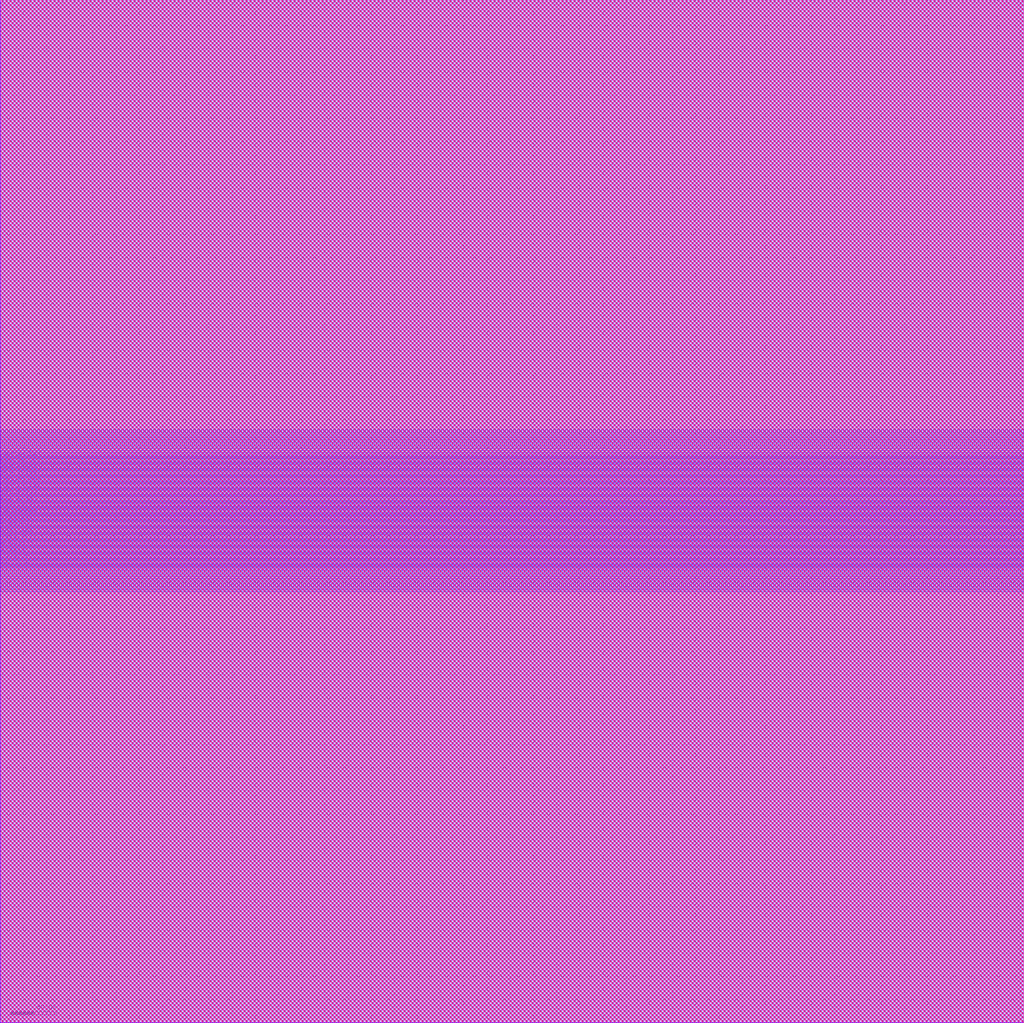
<source format=lef>
##
## LEF for PtnCells ;
## created by Innovus v19.17-s077_1 on Tue Mar 21 16:03:51 2023
##

VERSION 5.8 ;

BUSBITCHARS "[]" ;
DIVIDERCHAR "/" ;

MACRO fullchip
  CLASS BLOCK ;
  SIZE 441.600000 BY 441.200000 ;
  FOREIGN fullchip 0.000000 0.000000 ;
  ORIGIN 0 0 ;
  SYMMETRY X Y R90 ;
  PIN clk
    DIRECTION INPUT ;
    USE SIGNAL ;
    PORT
      LAYER M3 ;
        RECT 0.000000 196.750000 0.600000 196.850000 ;
    END
  END clk
  PIN mem_in[31]
    DIRECTION INPUT ;
    USE SIGNAL ;
    PORT
      LAYER M3 ;
        RECT 0.000000 243.150000 0.600000 243.250000 ;
    END
  END mem_in[31]
  PIN mem_in[30]
    DIRECTION INPUT ;
    USE SIGNAL ;
    PORT
      LAYER M3 ;
        RECT 0.000000 242.350000 0.600000 242.450000 ;
    END
  END mem_in[30]
  PIN mem_in[29]
    DIRECTION INPUT ;
    USE SIGNAL ;
    PORT
      LAYER M3 ;
        RECT 0.000000 241.550000 0.600000 241.650000 ;
    END
  END mem_in[29]
  PIN mem_in[28]
    DIRECTION INPUT ;
    USE SIGNAL ;
    PORT
      LAYER M3 ;
        RECT 0.000000 240.750000 0.600000 240.850000 ;
    END
  END mem_in[28]
  PIN mem_in[27]
    DIRECTION INPUT ;
    USE SIGNAL ;
    PORT
      LAYER M3 ;
        RECT 0.000000 239.950000 0.600000 240.050000 ;
    END
  END mem_in[27]
  PIN mem_in[26]
    DIRECTION INPUT ;
    USE SIGNAL ;
    PORT
      LAYER M3 ;
        RECT 0.000000 239.150000 0.600000 239.250000 ;
    END
  END mem_in[26]
  PIN mem_in[25]
    DIRECTION INPUT ;
    USE SIGNAL ;
    PORT
      LAYER M3 ;
        RECT 0.000000 238.350000 0.600000 238.450000 ;
    END
  END mem_in[25]
  PIN mem_in[24]
    DIRECTION INPUT ;
    USE SIGNAL ;
    PORT
      LAYER M3 ;
        RECT 0.000000 237.550000 0.600000 237.650000 ;
    END
  END mem_in[24]
  PIN mem_in[23]
    DIRECTION INPUT ;
    USE SIGNAL ;
    PORT
      LAYER M3 ;
        RECT 0.000000 236.750000 0.600000 236.850000 ;
    END
  END mem_in[23]
  PIN mem_in[22]
    DIRECTION INPUT ;
    USE SIGNAL ;
    PORT
      LAYER M3 ;
        RECT 0.000000 235.950000 0.600000 236.050000 ;
    END
  END mem_in[22]
  PIN mem_in[21]
    DIRECTION INPUT ;
    USE SIGNAL ;
    PORT
      LAYER M3 ;
        RECT 0.000000 235.150000 0.600000 235.250000 ;
    END
  END mem_in[21]
  PIN mem_in[20]
    DIRECTION INPUT ;
    USE SIGNAL ;
    PORT
      LAYER M3 ;
        RECT 0.000000 234.350000 0.600000 234.450000 ;
    END
  END mem_in[20]
  PIN mem_in[19]
    DIRECTION INPUT ;
    USE SIGNAL ;
    PORT
      LAYER M3 ;
        RECT 0.000000 233.550000 0.600000 233.650000 ;
    END
  END mem_in[19]
  PIN mem_in[18]
    DIRECTION INPUT ;
    USE SIGNAL ;
    PORT
      LAYER M3 ;
        RECT 0.000000 232.750000 0.600000 232.850000 ;
    END
  END mem_in[18]
  PIN mem_in[17]
    DIRECTION INPUT ;
    USE SIGNAL ;
    PORT
      LAYER M3 ;
        RECT 0.000000 231.950000 0.600000 232.050000 ;
    END
  END mem_in[17]
  PIN mem_in[16]
    DIRECTION INPUT ;
    USE SIGNAL ;
    PORT
      LAYER M3 ;
        RECT 0.000000 231.150000 0.600000 231.250000 ;
    END
  END mem_in[16]
  PIN mem_in[15]
    DIRECTION INPUT ;
    USE SIGNAL ;
    PORT
      LAYER M3 ;
        RECT 0.000000 230.350000 0.600000 230.450000 ;
    END
  END mem_in[15]
  PIN mem_in[14]
    DIRECTION INPUT ;
    USE SIGNAL ;
    PORT
      LAYER M3 ;
        RECT 0.000000 229.550000 0.600000 229.650000 ;
    END
  END mem_in[14]
  PIN mem_in[13]
    DIRECTION INPUT ;
    USE SIGNAL ;
    PORT
      LAYER M3 ;
        RECT 0.000000 228.750000 0.600000 228.850000 ;
    END
  END mem_in[13]
  PIN mem_in[12]
    DIRECTION INPUT ;
    USE SIGNAL ;
    PORT
      LAYER M3 ;
        RECT 0.000000 227.950000 0.600000 228.050000 ;
    END
  END mem_in[12]
  PIN mem_in[11]
    DIRECTION INPUT ;
    USE SIGNAL ;
    PORT
      LAYER M3 ;
        RECT 0.000000 227.150000 0.600000 227.250000 ;
    END
  END mem_in[11]
  PIN mem_in[10]
    DIRECTION INPUT ;
    USE SIGNAL ;
    PORT
      LAYER M3 ;
        RECT 0.000000 226.350000 0.600000 226.450000 ;
    END
  END mem_in[10]
  PIN mem_in[9]
    DIRECTION INPUT ;
    USE SIGNAL ;
    PORT
      LAYER M3 ;
        RECT 0.000000 225.550000 0.600000 225.650000 ;
    END
  END mem_in[9]
  PIN mem_in[8]
    DIRECTION INPUT ;
    USE SIGNAL ;
    PORT
      LAYER M3 ;
        RECT 0.000000 224.750000 0.600000 224.850000 ;
    END
  END mem_in[8]
  PIN mem_in[7]
    DIRECTION INPUT ;
    USE SIGNAL ;
    PORT
      LAYER M3 ;
        RECT 0.000000 223.950000 0.600000 224.050000 ;
    END
  END mem_in[7]
  PIN mem_in[6]
    DIRECTION INPUT ;
    USE SIGNAL ;
    PORT
      LAYER M3 ;
        RECT 0.000000 223.150000 0.600000 223.250000 ;
    END
  END mem_in[6]
  PIN mem_in[5]
    DIRECTION INPUT ;
    USE SIGNAL ;
    PORT
      LAYER M3 ;
        RECT 0.000000 222.350000 0.600000 222.450000 ;
    END
  END mem_in[5]
  PIN mem_in[4]
    DIRECTION INPUT ;
    USE SIGNAL ;
    PORT
      LAYER M3 ;
        RECT 0.000000 221.550000 0.600000 221.650000 ;
    END
  END mem_in[4]
  PIN mem_in[3]
    DIRECTION INPUT ;
    USE SIGNAL ;
    PORT
      LAYER M3 ;
        RECT 0.000000 220.750000 0.600000 220.850000 ;
    END
  END mem_in[3]
  PIN mem_in[2]
    DIRECTION INPUT ;
    USE SIGNAL ;
    PORT
      LAYER M3 ;
        RECT 0.000000 219.950000 0.600000 220.050000 ;
    END
  END mem_in[2]
  PIN mem_in[1]
    DIRECTION INPUT ;
    USE SIGNAL ;
    PORT
      LAYER M3 ;
        RECT 0.000000 219.150000 0.600000 219.250000 ;
    END
  END mem_in[1]
  PIN mem_in[0]
    DIRECTION INPUT ;
    USE SIGNAL ;
    PORT
      LAYER M3 ;
        RECT 0.000000 218.350000 0.600000 218.450000 ;
    END
  END mem_in[0]
  PIN inst[25]
    DIRECTION INPUT ;
    USE SIGNAL ;
    PORT
      LAYER M3 ;
        RECT 0.000000 217.550000 0.600000 217.650000 ;
    END
  END inst[25]
  PIN inst[24]
    DIRECTION INPUT ;
    USE SIGNAL ;
    PORT
      LAYER M3 ;
        RECT 0.000000 216.750000 0.600000 216.850000 ;
    END
  END inst[24]
  PIN inst[23]
    DIRECTION INPUT ;
    USE SIGNAL ;
    PORT
      LAYER M3 ;
        RECT 0.000000 215.950000 0.600000 216.050000 ;
    END
  END inst[23]
  PIN inst[22]
    DIRECTION INPUT ;
    USE SIGNAL ;
    PORT
      LAYER M3 ;
        RECT 0.000000 215.150000 0.600000 215.250000 ;
    END
  END inst[22]
  PIN inst[21]
    DIRECTION INPUT ;
    USE SIGNAL ;
    PORT
      LAYER M3 ;
        RECT 0.000000 214.350000 0.600000 214.450000 ;
    END
  END inst[21]
  PIN inst[20]
    DIRECTION INPUT ;
    USE SIGNAL ;
    PORT
      LAYER M3 ;
        RECT 0.000000 213.550000 0.600000 213.650000 ;
    END
  END inst[20]
  PIN inst[19]
    DIRECTION INPUT ;
    USE SIGNAL ;
    PORT
      LAYER M3 ;
        RECT 0.000000 212.750000 0.600000 212.850000 ;
    END
  END inst[19]
  PIN inst[18]
    DIRECTION INPUT ;
    USE SIGNAL ;
    PORT
      LAYER M3 ;
        RECT 0.000000 211.950000 0.600000 212.050000 ;
    END
  END inst[18]
  PIN inst[17]
    DIRECTION INPUT ;
    USE SIGNAL ;
    PORT
      LAYER M3 ;
        RECT 0.000000 211.150000 0.600000 211.250000 ;
    END
  END inst[17]
  PIN inst[16]
    DIRECTION INPUT ;
    USE SIGNAL ;
    PORT
      LAYER M3 ;
        RECT 0.000000 210.350000 0.600000 210.450000 ;
    END
  END inst[16]
  PIN inst[15]
    DIRECTION INPUT ;
    USE SIGNAL ;
    PORT
      LAYER M3 ;
        RECT 0.000000 209.550000 0.600000 209.650000 ;
    END
  END inst[15]
  PIN inst[14]
    DIRECTION INPUT ;
    USE SIGNAL ;
    PORT
      LAYER M3 ;
        RECT 0.000000 208.750000 0.600000 208.850000 ;
    END
  END inst[14]
  PIN inst[13]
    DIRECTION INPUT ;
    USE SIGNAL ;
    PORT
      LAYER M3 ;
        RECT 0.000000 207.950000 0.600000 208.050000 ;
    END
  END inst[13]
  PIN inst[12]
    DIRECTION INPUT ;
    USE SIGNAL ;
    PORT
      LAYER M3 ;
        RECT 0.000000 207.150000 0.600000 207.250000 ;
    END
  END inst[12]
  PIN inst[11]
    DIRECTION INPUT ;
    USE SIGNAL ;
    PORT
      LAYER M3 ;
        RECT 0.000000 206.350000 0.600000 206.450000 ;
    END
  END inst[11]
  PIN inst[10]
    DIRECTION INPUT ;
    USE SIGNAL ;
    PORT
      LAYER M3 ;
        RECT 0.000000 205.550000 0.600000 205.650000 ;
    END
  END inst[10]
  PIN inst[9]
    DIRECTION INPUT ;
    USE SIGNAL ;
    PORT
      LAYER M3 ;
        RECT 0.000000 204.750000 0.600000 204.850000 ;
    END
  END inst[9]
  PIN inst[8]
    DIRECTION INPUT ;
    USE SIGNAL ;
    PORT
      LAYER M3 ;
        RECT 0.000000 203.950000 0.600000 204.050000 ;
    END
  END inst[8]
  PIN inst[7]
    DIRECTION INPUT ;
    USE SIGNAL ;
    PORT
      LAYER M3 ;
        RECT 0.000000 203.150000 0.600000 203.250000 ;
    END
  END inst[7]
  PIN inst[6]
    DIRECTION INPUT ;
    USE SIGNAL ;
    PORT
      LAYER M3 ;
        RECT 0.000000 202.350000 0.600000 202.450000 ;
    END
  END inst[6]
  PIN inst[5]
    DIRECTION INPUT ;
    USE SIGNAL ;
    PORT
      LAYER M3 ;
        RECT 0.000000 201.550000 0.600000 201.650000 ;
    END
  END inst[5]
  PIN inst[4]
    DIRECTION INPUT ;
    USE SIGNAL ;
    PORT
      LAYER M3 ;
        RECT 0.000000 200.750000 0.600000 200.850000 ;
    END
  END inst[4]
  PIN inst[3]
    DIRECTION INPUT ;
    USE SIGNAL ;
    PORT
      LAYER M3 ;
        RECT 0.000000 199.950000 0.600000 200.050000 ;
    END
  END inst[3]
  PIN inst[2]
    DIRECTION INPUT ;
    USE SIGNAL ;
    PORT
      LAYER M3 ;
        RECT 0.000000 199.150000 0.600000 199.250000 ;
    END
  END inst[2]
  PIN inst[1]
    DIRECTION INPUT ;
    USE SIGNAL ;
    PORT
      LAYER M3 ;
        RECT 0.000000 198.350000 0.600000 198.450000 ;
    END
  END inst[1]
  PIN inst[0]
    DIRECTION INPUT ;
    USE SIGNAL ;
    PORT
      LAYER M3 ;
        RECT 0.000000 197.550000 0.600000 197.650000 ;
    END
  END inst[0]
  PIN reset
    DIRECTION INPUT ;
    USE SIGNAL ;
    PORT
      LAYER M3 ;
        RECT 0.000000 243.950000 0.600000 244.050000 ;
    END
  END reset
  PIN out[87]
    DIRECTION OUTPUT ;
    USE SIGNAL ;
    PORT
      LAYER M3 ;
        RECT 441.000000 185.950000 441.600000 186.050000 ;
    END
  END out[87]
  PIN out[86]
    DIRECTION OUTPUT ;
    USE SIGNAL ;
    PORT
      LAYER M3 ;
        RECT 441.000000 186.750000 441.600000 186.850000 ;
    END
  END out[86]
  PIN out[85]
    DIRECTION OUTPUT ;
    USE SIGNAL ;
    PORT
      LAYER M3 ;
        RECT 441.000000 187.550000 441.600000 187.650000 ;
    END
  END out[85]
  PIN out[84]
    DIRECTION OUTPUT ;
    USE SIGNAL ;
    PORT
      LAYER M3 ;
        RECT 441.000000 188.350000 441.600000 188.450000 ;
    END
  END out[84]
  PIN out[83]
    DIRECTION OUTPUT ;
    USE SIGNAL ;
    PORT
      LAYER M3 ;
        RECT 441.000000 189.150000 441.600000 189.250000 ;
    END
  END out[83]
  PIN out[82]
    DIRECTION OUTPUT ;
    USE SIGNAL ;
    PORT
      LAYER M3 ;
        RECT 441.000000 189.950000 441.600000 190.050000 ;
    END
  END out[82]
  PIN out[81]
    DIRECTION OUTPUT ;
    USE SIGNAL ;
    PORT
      LAYER M3 ;
        RECT 441.000000 190.750000 441.600000 190.850000 ;
    END
  END out[81]
  PIN out[80]
    DIRECTION OUTPUT ;
    USE SIGNAL ;
    PORT
      LAYER M3 ;
        RECT 441.000000 191.550000 441.600000 191.650000 ;
    END
  END out[80]
  PIN out[79]
    DIRECTION OUTPUT ;
    USE SIGNAL ;
    PORT
      LAYER M3 ;
        RECT 441.000000 192.350000 441.600000 192.450000 ;
    END
  END out[79]
  PIN out[78]
    DIRECTION OUTPUT ;
    USE SIGNAL ;
    PORT
      LAYER M3 ;
        RECT 441.000000 193.150000 441.600000 193.250000 ;
    END
  END out[78]
  PIN out[77]
    DIRECTION OUTPUT ;
    USE SIGNAL ;
    PORT
      LAYER M3 ;
        RECT 441.000000 193.950000 441.600000 194.050000 ;
    END
  END out[77]
  PIN out[76]
    DIRECTION OUTPUT ;
    USE SIGNAL ;
    PORT
      LAYER M3 ;
        RECT 441.000000 194.750000 441.600000 194.850000 ;
    END
  END out[76]
  PIN out[75]
    DIRECTION OUTPUT ;
    USE SIGNAL ;
    PORT
      LAYER M3 ;
        RECT 441.000000 195.550000 441.600000 195.650000 ;
    END
  END out[75]
  PIN out[74]
    DIRECTION OUTPUT ;
    USE SIGNAL ;
    PORT
      LAYER M3 ;
        RECT 441.000000 196.350000 441.600000 196.450000 ;
    END
  END out[74]
  PIN out[73]
    DIRECTION OUTPUT ;
    USE SIGNAL ;
    PORT
      LAYER M3 ;
        RECT 441.000000 197.150000 441.600000 197.250000 ;
    END
  END out[73]
  PIN out[72]
    DIRECTION OUTPUT ;
    USE SIGNAL ;
    PORT
      LAYER M3 ;
        RECT 441.000000 197.950000 441.600000 198.050000 ;
    END
  END out[72]
  PIN out[71]
    DIRECTION OUTPUT ;
    USE SIGNAL ;
    PORT
      LAYER M3 ;
        RECT 441.000000 198.750000 441.600000 198.850000 ;
    END
  END out[71]
  PIN out[70]
    DIRECTION OUTPUT ;
    USE SIGNAL ;
    PORT
      LAYER M3 ;
        RECT 441.000000 199.550000 441.600000 199.650000 ;
    END
  END out[70]
  PIN out[69]
    DIRECTION OUTPUT ;
    USE SIGNAL ;
    PORT
      LAYER M3 ;
        RECT 441.000000 200.350000 441.600000 200.450000 ;
    END
  END out[69]
  PIN out[68]
    DIRECTION OUTPUT ;
    USE SIGNAL ;
    PORT
      LAYER M3 ;
        RECT 441.000000 201.150000 441.600000 201.250000 ;
    END
  END out[68]
  PIN out[67]
    DIRECTION OUTPUT ;
    USE SIGNAL ;
    PORT
      LAYER M3 ;
        RECT 441.000000 201.950000 441.600000 202.050000 ;
    END
  END out[67]
  PIN out[66]
    DIRECTION OUTPUT ;
    USE SIGNAL ;
    PORT
      LAYER M3 ;
        RECT 441.000000 202.750000 441.600000 202.850000 ;
    END
  END out[66]
  PIN out[65]
    DIRECTION OUTPUT ;
    USE SIGNAL ;
    PORT
      LAYER M3 ;
        RECT 441.000000 203.550000 441.600000 203.650000 ;
    END
  END out[65]
  PIN out[64]
    DIRECTION OUTPUT ;
    USE SIGNAL ;
    PORT
      LAYER M3 ;
        RECT 441.000000 204.350000 441.600000 204.450000 ;
    END
  END out[64]
  PIN out[63]
    DIRECTION OUTPUT ;
    USE SIGNAL ;
    PORT
      LAYER M3 ;
        RECT 441.000000 205.150000 441.600000 205.250000 ;
    END
  END out[63]
  PIN out[62]
    DIRECTION OUTPUT ;
    USE SIGNAL ;
    PORT
      LAYER M3 ;
        RECT 441.000000 205.950000 441.600000 206.050000 ;
    END
  END out[62]
  PIN out[61]
    DIRECTION OUTPUT ;
    USE SIGNAL ;
    PORT
      LAYER M3 ;
        RECT 441.000000 206.750000 441.600000 206.850000 ;
    END
  END out[61]
  PIN out[60]
    DIRECTION OUTPUT ;
    USE SIGNAL ;
    PORT
      LAYER M3 ;
        RECT 441.000000 207.550000 441.600000 207.650000 ;
    END
  END out[60]
  PIN out[59]
    DIRECTION OUTPUT ;
    USE SIGNAL ;
    PORT
      LAYER M3 ;
        RECT 441.000000 208.350000 441.600000 208.450000 ;
    END
  END out[59]
  PIN out[58]
    DIRECTION OUTPUT ;
    USE SIGNAL ;
    PORT
      LAYER M3 ;
        RECT 441.000000 209.150000 441.600000 209.250000 ;
    END
  END out[58]
  PIN out[57]
    DIRECTION OUTPUT ;
    USE SIGNAL ;
    PORT
      LAYER M3 ;
        RECT 441.000000 209.950000 441.600000 210.050000 ;
    END
  END out[57]
  PIN out[56]
    DIRECTION OUTPUT ;
    USE SIGNAL ;
    PORT
      LAYER M3 ;
        RECT 441.000000 210.750000 441.600000 210.850000 ;
    END
  END out[56]
  PIN out[55]
    DIRECTION OUTPUT ;
    USE SIGNAL ;
    PORT
      LAYER M3 ;
        RECT 441.000000 211.550000 441.600000 211.650000 ;
    END
  END out[55]
  PIN out[54]
    DIRECTION OUTPUT ;
    USE SIGNAL ;
    PORT
      LAYER M3 ;
        RECT 441.000000 212.350000 441.600000 212.450000 ;
    END
  END out[54]
  PIN out[53]
    DIRECTION OUTPUT ;
    USE SIGNAL ;
    PORT
      LAYER M3 ;
        RECT 441.000000 213.150000 441.600000 213.250000 ;
    END
  END out[53]
  PIN out[52]
    DIRECTION OUTPUT ;
    USE SIGNAL ;
    PORT
      LAYER M3 ;
        RECT 441.000000 213.950000 441.600000 214.050000 ;
    END
  END out[52]
  PIN out[51]
    DIRECTION OUTPUT ;
    USE SIGNAL ;
    PORT
      LAYER M3 ;
        RECT 441.000000 214.750000 441.600000 214.850000 ;
    END
  END out[51]
  PIN out[50]
    DIRECTION OUTPUT ;
    USE SIGNAL ;
    PORT
      LAYER M3 ;
        RECT 441.000000 215.550000 441.600000 215.650000 ;
    END
  END out[50]
  PIN out[49]
    DIRECTION OUTPUT ;
    USE SIGNAL ;
    PORT
      LAYER M3 ;
        RECT 441.000000 216.350000 441.600000 216.450000 ;
    END
  END out[49]
  PIN out[48]
    DIRECTION OUTPUT ;
    USE SIGNAL ;
    PORT
      LAYER M3 ;
        RECT 441.000000 217.150000 441.600000 217.250000 ;
    END
  END out[48]
  PIN out[47]
    DIRECTION OUTPUT ;
    USE SIGNAL ;
    PORT
      LAYER M3 ;
        RECT 441.000000 217.950000 441.600000 218.050000 ;
    END
  END out[47]
  PIN out[46]
    DIRECTION OUTPUT ;
    USE SIGNAL ;
    PORT
      LAYER M3 ;
        RECT 441.000000 218.750000 441.600000 218.850000 ;
    END
  END out[46]
  PIN out[45]
    DIRECTION OUTPUT ;
    USE SIGNAL ;
    PORT
      LAYER M3 ;
        RECT 441.000000 219.550000 441.600000 219.650000 ;
    END
  END out[45]
  PIN out[44]
    DIRECTION OUTPUT ;
    USE SIGNAL ;
    PORT
      LAYER M3 ;
        RECT 441.000000 220.350000 441.600000 220.450000 ;
    END
  END out[44]
  PIN out[43]
    DIRECTION OUTPUT ;
    USE SIGNAL ;
    PORT
      LAYER M3 ;
        RECT 441.000000 221.150000 441.600000 221.250000 ;
    END
  END out[43]
  PIN out[42]
    DIRECTION OUTPUT ;
    USE SIGNAL ;
    PORT
      LAYER M3 ;
        RECT 441.000000 221.950000 441.600000 222.050000 ;
    END
  END out[42]
  PIN out[41]
    DIRECTION OUTPUT ;
    USE SIGNAL ;
    PORT
      LAYER M3 ;
        RECT 441.000000 222.750000 441.600000 222.850000 ;
    END
  END out[41]
  PIN out[40]
    DIRECTION OUTPUT ;
    USE SIGNAL ;
    PORT
      LAYER M3 ;
        RECT 441.000000 223.550000 441.600000 223.650000 ;
    END
  END out[40]
  PIN out[39]
    DIRECTION OUTPUT ;
    USE SIGNAL ;
    PORT
      LAYER M3 ;
        RECT 441.000000 224.350000 441.600000 224.450000 ;
    END
  END out[39]
  PIN out[38]
    DIRECTION OUTPUT ;
    USE SIGNAL ;
    PORT
      LAYER M3 ;
        RECT 441.000000 225.150000 441.600000 225.250000 ;
    END
  END out[38]
  PIN out[37]
    DIRECTION OUTPUT ;
    USE SIGNAL ;
    PORT
      LAYER M3 ;
        RECT 441.000000 225.950000 441.600000 226.050000 ;
    END
  END out[37]
  PIN out[36]
    DIRECTION OUTPUT ;
    USE SIGNAL ;
    PORT
      LAYER M3 ;
        RECT 441.000000 226.750000 441.600000 226.850000 ;
    END
  END out[36]
  PIN out[35]
    DIRECTION OUTPUT ;
    USE SIGNAL ;
    PORT
      LAYER M3 ;
        RECT 441.000000 227.550000 441.600000 227.650000 ;
    END
  END out[35]
  PIN out[34]
    DIRECTION OUTPUT ;
    USE SIGNAL ;
    PORT
      LAYER M3 ;
        RECT 441.000000 228.350000 441.600000 228.450000 ;
    END
  END out[34]
  PIN out[33]
    DIRECTION OUTPUT ;
    USE SIGNAL ;
    PORT
      LAYER M3 ;
        RECT 441.000000 229.150000 441.600000 229.250000 ;
    END
  END out[33]
  PIN out[32]
    DIRECTION OUTPUT ;
    USE SIGNAL ;
    PORT
      LAYER M3 ;
        RECT 441.000000 229.950000 441.600000 230.050000 ;
    END
  END out[32]
  PIN out[31]
    DIRECTION OUTPUT ;
    USE SIGNAL ;
    PORT
      LAYER M3 ;
        RECT 441.000000 230.750000 441.600000 230.850000 ;
    END
  END out[31]
  PIN out[30]
    DIRECTION OUTPUT ;
    USE SIGNAL ;
    PORT
      LAYER M3 ;
        RECT 441.000000 231.550000 441.600000 231.650000 ;
    END
  END out[30]
  PIN out[29]
    DIRECTION OUTPUT ;
    USE SIGNAL ;
    PORT
      LAYER M3 ;
        RECT 441.000000 232.350000 441.600000 232.450000 ;
    END
  END out[29]
  PIN out[28]
    DIRECTION OUTPUT ;
    USE SIGNAL ;
    PORT
      LAYER M3 ;
        RECT 441.000000 233.150000 441.600000 233.250000 ;
    END
  END out[28]
  PIN out[27]
    DIRECTION OUTPUT ;
    USE SIGNAL ;
    PORT
      LAYER M3 ;
        RECT 441.000000 233.950000 441.600000 234.050000 ;
    END
  END out[27]
  PIN out[26]
    DIRECTION OUTPUT ;
    USE SIGNAL ;
    PORT
      LAYER M3 ;
        RECT 441.000000 234.750000 441.600000 234.850000 ;
    END
  END out[26]
  PIN out[25]
    DIRECTION OUTPUT ;
    USE SIGNAL ;
    PORT
      LAYER M3 ;
        RECT 441.000000 235.550000 441.600000 235.650000 ;
    END
  END out[25]
  PIN out[24]
    DIRECTION OUTPUT ;
    USE SIGNAL ;
    PORT
      LAYER M3 ;
        RECT 441.000000 236.350000 441.600000 236.450000 ;
    END
  END out[24]
  PIN out[23]
    DIRECTION OUTPUT ;
    USE SIGNAL ;
    PORT
      LAYER M3 ;
        RECT 441.000000 237.150000 441.600000 237.250000 ;
    END
  END out[23]
  PIN out[22]
    DIRECTION OUTPUT ;
    USE SIGNAL ;
    PORT
      LAYER M3 ;
        RECT 441.000000 237.950000 441.600000 238.050000 ;
    END
  END out[22]
  PIN out[21]
    DIRECTION OUTPUT ;
    USE SIGNAL ;
    PORT
      LAYER M3 ;
        RECT 441.000000 238.750000 441.600000 238.850000 ;
    END
  END out[21]
  PIN out[20]
    DIRECTION OUTPUT ;
    USE SIGNAL ;
    PORT
      LAYER M3 ;
        RECT 441.000000 239.550000 441.600000 239.650000 ;
    END
  END out[20]
  PIN out[19]
    DIRECTION OUTPUT ;
    USE SIGNAL ;
    PORT
      LAYER M3 ;
        RECT 441.000000 240.350000 441.600000 240.450000 ;
    END
  END out[19]
  PIN out[18]
    DIRECTION OUTPUT ;
    USE SIGNAL ;
    PORT
      LAYER M3 ;
        RECT 441.000000 241.150000 441.600000 241.250000 ;
    END
  END out[18]
  PIN out[17]
    DIRECTION OUTPUT ;
    USE SIGNAL ;
    PORT
      LAYER M3 ;
        RECT 441.000000 241.950000 441.600000 242.050000 ;
    END
  END out[17]
  PIN out[16]
    DIRECTION OUTPUT ;
    USE SIGNAL ;
    PORT
      LAYER M3 ;
        RECT 441.000000 242.750000 441.600000 242.850000 ;
    END
  END out[16]
  PIN out[15]
    DIRECTION OUTPUT ;
    USE SIGNAL ;
    PORT
      LAYER M3 ;
        RECT 441.000000 243.550000 441.600000 243.650000 ;
    END
  END out[15]
  PIN out[14]
    DIRECTION OUTPUT ;
    USE SIGNAL ;
    PORT
      LAYER M3 ;
        RECT 441.000000 244.350000 441.600000 244.450000 ;
    END
  END out[14]
  PIN out[13]
    DIRECTION OUTPUT ;
    USE SIGNAL ;
    PORT
      LAYER M3 ;
        RECT 441.000000 245.150000 441.600000 245.250000 ;
    END
  END out[13]
  PIN out[12]
    DIRECTION OUTPUT ;
    USE SIGNAL ;
    PORT
      LAYER M3 ;
        RECT 441.000000 245.950000 441.600000 246.050000 ;
    END
  END out[12]
  PIN out[11]
    DIRECTION OUTPUT ;
    USE SIGNAL ;
    PORT
      LAYER M3 ;
        RECT 441.000000 246.750000 441.600000 246.850000 ;
    END
  END out[11]
  PIN out[10]
    DIRECTION OUTPUT ;
    USE SIGNAL ;
    PORT
      LAYER M3 ;
        RECT 441.000000 247.550000 441.600000 247.650000 ;
    END
  END out[10]
  PIN out[9]
    DIRECTION OUTPUT ;
    USE SIGNAL ;
    PORT
      LAYER M3 ;
        RECT 441.000000 248.350000 441.600000 248.450000 ;
    END
  END out[9]
  PIN out[8]
    DIRECTION OUTPUT ;
    USE SIGNAL ;
    PORT
      LAYER M3 ;
        RECT 441.000000 249.150000 441.600000 249.250000 ;
    END
  END out[8]
  PIN out[7]
    DIRECTION OUTPUT ;
    USE SIGNAL ;
    PORT
      LAYER M3 ;
        RECT 441.000000 249.950000 441.600000 250.050000 ;
    END
  END out[7]
  PIN out[6]
    DIRECTION OUTPUT ;
    USE SIGNAL ;
    PORT
      LAYER M3 ;
        RECT 441.000000 250.750000 441.600000 250.850000 ;
    END
  END out[6]
  PIN out[5]
    DIRECTION OUTPUT ;
    USE SIGNAL ;
    PORT
      LAYER M3 ;
        RECT 441.000000 251.550000 441.600000 251.650000 ;
    END
  END out[5]
  PIN out[4]
    DIRECTION OUTPUT ;
    USE SIGNAL ;
    PORT
      LAYER M3 ;
        RECT 441.000000 252.350000 441.600000 252.450000 ;
    END
  END out[4]
  PIN out[3]
    DIRECTION OUTPUT ;
    USE SIGNAL ;
    PORT
      LAYER M3 ;
        RECT 441.000000 253.150000 441.600000 253.250000 ;
    END
  END out[3]
  PIN out[2]
    DIRECTION OUTPUT ;
    USE SIGNAL ;
    PORT
      LAYER M3 ;
        RECT 441.000000 253.950000 441.600000 254.050000 ;
    END
  END out[2]
  PIN out[1]
    DIRECTION OUTPUT ;
    USE SIGNAL ;
    PORT
      LAYER M3 ;
        RECT 441.000000 254.750000 441.600000 254.850000 ;
    END
  END out[1]
  PIN out[0]
    DIRECTION OUTPUT ;
    USE SIGNAL ;
    PORT
      LAYER M3 ;
        RECT 441.000000 255.550000 441.600000 255.650000 ;
    END
  END out[0]
  OBS
    LAYER M1 ;
      RECT 0.000000 0.000000 441.600000 441.200000 ;
    LAYER M2 ;
      RECT 0.000000 0.000000 441.600000 441.200000 ;
    LAYER M3 ;
      RECT 0.000000 255.750000 441.600000 441.200000 ;
      RECT 0.000000 255.450000 440.880000 255.750000 ;
      RECT 0.000000 254.950000 441.600000 255.450000 ;
      RECT 0.000000 254.650000 440.880000 254.950000 ;
      RECT 0.000000 254.150000 441.600000 254.650000 ;
      RECT 0.000000 253.850000 440.880000 254.150000 ;
      RECT 0.000000 253.350000 441.600000 253.850000 ;
      RECT 0.000000 253.050000 440.880000 253.350000 ;
      RECT 0.000000 252.550000 441.600000 253.050000 ;
      RECT 0.000000 252.250000 440.880000 252.550000 ;
      RECT 0.000000 251.750000 441.600000 252.250000 ;
      RECT 0.000000 251.450000 440.880000 251.750000 ;
      RECT 0.000000 250.950000 441.600000 251.450000 ;
      RECT 0.000000 250.650000 440.880000 250.950000 ;
      RECT 0.000000 250.150000 441.600000 250.650000 ;
      RECT 0.000000 249.850000 440.880000 250.150000 ;
      RECT 0.000000 249.350000 441.600000 249.850000 ;
      RECT 0.000000 249.050000 440.880000 249.350000 ;
      RECT 0.000000 248.550000 441.600000 249.050000 ;
      RECT 0.000000 248.250000 440.880000 248.550000 ;
      RECT 0.000000 247.750000 441.600000 248.250000 ;
      RECT 0.000000 247.450000 440.880000 247.750000 ;
      RECT 0.000000 246.950000 441.600000 247.450000 ;
      RECT 0.000000 246.650000 440.880000 246.950000 ;
      RECT 0.000000 246.150000 441.600000 246.650000 ;
      RECT 0.000000 245.850000 440.880000 246.150000 ;
      RECT 0.000000 245.350000 441.600000 245.850000 ;
      RECT 0.000000 245.050000 440.880000 245.350000 ;
      RECT 0.000000 244.550000 441.600000 245.050000 ;
      RECT 0.000000 244.250000 440.880000 244.550000 ;
      RECT 0.000000 244.150000 441.600000 244.250000 ;
      RECT 0.720000 243.850000 441.600000 244.150000 ;
      RECT 0.000000 243.750000 441.600000 243.850000 ;
      RECT 0.000000 243.450000 440.880000 243.750000 ;
      RECT 0.000000 243.350000 441.600000 243.450000 ;
      RECT 0.720000 243.050000 441.600000 243.350000 ;
      RECT 0.000000 242.950000 441.600000 243.050000 ;
      RECT 0.000000 242.650000 440.880000 242.950000 ;
      RECT 0.000000 242.550000 441.600000 242.650000 ;
      RECT 0.720000 242.250000 441.600000 242.550000 ;
      RECT 0.000000 242.150000 441.600000 242.250000 ;
      RECT 0.000000 241.850000 440.880000 242.150000 ;
      RECT 0.000000 241.750000 441.600000 241.850000 ;
      RECT 0.720000 241.450000 441.600000 241.750000 ;
      RECT 0.000000 241.350000 441.600000 241.450000 ;
      RECT 0.000000 241.050000 440.880000 241.350000 ;
      RECT 0.000000 240.950000 441.600000 241.050000 ;
      RECT 0.720000 240.650000 441.600000 240.950000 ;
      RECT 0.000000 240.550000 441.600000 240.650000 ;
      RECT 0.000000 240.250000 440.880000 240.550000 ;
      RECT 0.000000 240.150000 441.600000 240.250000 ;
      RECT 0.720000 239.850000 441.600000 240.150000 ;
      RECT 0.000000 239.750000 441.600000 239.850000 ;
      RECT 0.000000 239.450000 440.880000 239.750000 ;
      RECT 0.000000 239.350000 441.600000 239.450000 ;
      RECT 0.720000 239.050000 441.600000 239.350000 ;
      RECT 0.000000 238.950000 441.600000 239.050000 ;
      RECT 0.000000 238.650000 440.880000 238.950000 ;
      RECT 0.000000 238.550000 441.600000 238.650000 ;
      RECT 0.720000 238.250000 441.600000 238.550000 ;
      RECT 0.000000 238.150000 441.600000 238.250000 ;
      RECT 0.000000 237.850000 440.880000 238.150000 ;
      RECT 0.000000 237.750000 441.600000 237.850000 ;
      RECT 0.720000 237.450000 441.600000 237.750000 ;
      RECT 0.000000 237.350000 441.600000 237.450000 ;
      RECT 0.000000 237.050000 440.880000 237.350000 ;
      RECT 0.000000 236.950000 441.600000 237.050000 ;
      RECT 0.720000 236.650000 441.600000 236.950000 ;
      RECT 0.000000 236.550000 441.600000 236.650000 ;
      RECT 0.000000 236.250000 440.880000 236.550000 ;
      RECT 0.000000 236.150000 441.600000 236.250000 ;
      RECT 0.720000 235.850000 441.600000 236.150000 ;
      RECT 0.000000 235.750000 441.600000 235.850000 ;
      RECT 0.000000 235.450000 440.880000 235.750000 ;
      RECT 0.000000 235.350000 441.600000 235.450000 ;
      RECT 0.720000 235.050000 441.600000 235.350000 ;
      RECT 0.000000 234.950000 441.600000 235.050000 ;
      RECT 0.000000 234.650000 440.880000 234.950000 ;
      RECT 0.000000 234.550000 441.600000 234.650000 ;
      RECT 0.720000 234.250000 441.600000 234.550000 ;
      RECT 0.000000 234.150000 441.600000 234.250000 ;
      RECT 0.000000 233.850000 440.880000 234.150000 ;
      RECT 0.000000 233.750000 441.600000 233.850000 ;
      RECT 0.720000 233.450000 441.600000 233.750000 ;
      RECT 0.000000 233.350000 441.600000 233.450000 ;
      RECT 0.000000 233.050000 440.880000 233.350000 ;
      RECT 0.000000 232.950000 441.600000 233.050000 ;
      RECT 0.720000 232.650000 441.600000 232.950000 ;
      RECT 0.000000 232.550000 441.600000 232.650000 ;
      RECT 0.000000 232.250000 440.880000 232.550000 ;
      RECT 0.000000 232.150000 441.600000 232.250000 ;
      RECT 0.720000 231.850000 441.600000 232.150000 ;
      RECT 0.000000 231.750000 441.600000 231.850000 ;
      RECT 0.000000 231.450000 440.880000 231.750000 ;
      RECT 0.000000 231.350000 441.600000 231.450000 ;
      RECT 0.720000 231.050000 441.600000 231.350000 ;
      RECT 0.000000 230.950000 441.600000 231.050000 ;
      RECT 0.000000 230.650000 440.880000 230.950000 ;
      RECT 0.000000 230.550000 441.600000 230.650000 ;
      RECT 0.720000 230.250000 441.600000 230.550000 ;
      RECT 0.000000 230.150000 441.600000 230.250000 ;
      RECT 0.000000 229.850000 440.880000 230.150000 ;
      RECT 0.000000 229.750000 441.600000 229.850000 ;
      RECT 0.720000 229.450000 441.600000 229.750000 ;
      RECT 0.000000 229.350000 441.600000 229.450000 ;
      RECT 0.000000 229.050000 440.880000 229.350000 ;
      RECT 0.000000 228.950000 441.600000 229.050000 ;
      RECT 0.720000 228.650000 441.600000 228.950000 ;
      RECT 0.000000 228.550000 441.600000 228.650000 ;
      RECT 0.000000 228.250000 440.880000 228.550000 ;
      RECT 0.000000 228.150000 441.600000 228.250000 ;
      RECT 0.720000 227.850000 441.600000 228.150000 ;
      RECT 0.000000 227.750000 441.600000 227.850000 ;
      RECT 0.000000 227.450000 440.880000 227.750000 ;
      RECT 0.000000 227.350000 441.600000 227.450000 ;
      RECT 0.720000 227.050000 441.600000 227.350000 ;
      RECT 0.000000 226.950000 441.600000 227.050000 ;
      RECT 0.000000 226.650000 440.880000 226.950000 ;
      RECT 0.000000 226.550000 441.600000 226.650000 ;
      RECT 0.720000 226.250000 441.600000 226.550000 ;
      RECT 0.000000 226.150000 441.600000 226.250000 ;
      RECT 0.000000 225.850000 440.880000 226.150000 ;
      RECT 0.000000 225.750000 441.600000 225.850000 ;
      RECT 0.720000 225.450000 441.600000 225.750000 ;
      RECT 0.000000 225.350000 441.600000 225.450000 ;
      RECT 0.000000 225.050000 440.880000 225.350000 ;
      RECT 0.000000 224.950000 441.600000 225.050000 ;
      RECT 0.720000 224.650000 441.600000 224.950000 ;
      RECT 0.000000 224.550000 441.600000 224.650000 ;
      RECT 0.000000 224.250000 440.880000 224.550000 ;
      RECT 0.000000 224.150000 441.600000 224.250000 ;
      RECT 0.720000 223.850000 441.600000 224.150000 ;
      RECT 0.000000 223.750000 441.600000 223.850000 ;
      RECT 0.000000 223.450000 440.880000 223.750000 ;
      RECT 0.000000 223.350000 441.600000 223.450000 ;
      RECT 0.720000 223.050000 441.600000 223.350000 ;
      RECT 0.000000 222.950000 441.600000 223.050000 ;
      RECT 0.000000 222.650000 440.880000 222.950000 ;
      RECT 0.000000 222.550000 441.600000 222.650000 ;
      RECT 0.720000 222.250000 441.600000 222.550000 ;
      RECT 0.000000 222.150000 441.600000 222.250000 ;
      RECT 0.000000 221.850000 440.880000 222.150000 ;
      RECT 0.000000 221.750000 441.600000 221.850000 ;
      RECT 0.720000 221.450000 441.600000 221.750000 ;
      RECT 0.000000 221.350000 441.600000 221.450000 ;
      RECT 0.000000 221.050000 440.880000 221.350000 ;
      RECT 0.000000 220.950000 441.600000 221.050000 ;
      RECT 0.720000 220.650000 441.600000 220.950000 ;
      RECT 0.000000 220.550000 441.600000 220.650000 ;
      RECT 0.000000 220.250000 440.880000 220.550000 ;
      RECT 0.000000 220.150000 441.600000 220.250000 ;
      RECT 0.720000 219.850000 441.600000 220.150000 ;
      RECT 0.000000 219.750000 441.600000 219.850000 ;
      RECT 0.000000 219.450000 440.880000 219.750000 ;
      RECT 0.000000 219.350000 441.600000 219.450000 ;
      RECT 0.720000 219.050000 441.600000 219.350000 ;
      RECT 0.000000 218.950000 441.600000 219.050000 ;
      RECT 0.000000 218.650000 440.880000 218.950000 ;
      RECT 0.000000 218.550000 441.600000 218.650000 ;
      RECT 0.720000 218.250000 441.600000 218.550000 ;
      RECT 0.000000 218.150000 441.600000 218.250000 ;
      RECT 0.000000 217.850000 440.880000 218.150000 ;
      RECT 0.000000 217.750000 441.600000 217.850000 ;
      RECT 0.720000 217.450000 441.600000 217.750000 ;
      RECT 0.000000 217.350000 441.600000 217.450000 ;
      RECT 0.000000 217.050000 440.880000 217.350000 ;
      RECT 0.000000 216.950000 441.600000 217.050000 ;
      RECT 0.720000 216.650000 441.600000 216.950000 ;
      RECT 0.000000 216.550000 441.600000 216.650000 ;
      RECT 0.000000 216.250000 440.880000 216.550000 ;
      RECT 0.000000 216.150000 441.600000 216.250000 ;
      RECT 0.720000 215.850000 441.600000 216.150000 ;
      RECT 0.000000 215.750000 441.600000 215.850000 ;
      RECT 0.000000 215.450000 440.880000 215.750000 ;
      RECT 0.000000 215.350000 441.600000 215.450000 ;
      RECT 0.720000 215.050000 441.600000 215.350000 ;
      RECT 0.000000 214.950000 441.600000 215.050000 ;
      RECT 0.000000 214.650000 440.880000 214.950000 ;
      RECT 0.000000 214.550000 441.600000 214.650000 ;
      RECT 0.720000 214.250000 441.600000 214.550000 ;
      RECT 0.000000 214.150000 441.600000 214.250000 ;
      RECT 0.000000 213.850000 440.880000 214.150000 ;
      RECT 0.000000 213.750000 441.600000 213.850000 ;
      RECT 0.720000 213.450000 441.600000 213.750000 ;
      RECT 0.000000 213.350000 441.600000 213.450000 ;
      RECT 0.000000 213.050000 440.880000 213.350000 ;
      RECT 0.000000 212.950000 441.600000 213.050000 ;
      RECT 0.720000 212.650000 441.600000 212.950000 ;
      RECT 0.000000 212.550000 441.600000 212.650000 ;
      RECT 0.000000 212.250000 440.880000 212.550000 ;
      RECT 0.000000 212.150000 441.600000 212.250000 ;
      RECT 0.720000 211.850000 441.600000 212.150000 ;
      RECT 0.000000 211.750000 441.600000 211.850000 ;
      RECT 0.000000 211.450000 440.880000 211.750000 ;
      RECT 0.000000 211.350000 441.600000 211.450000 ;
      RECT 0.720000 211.050000 441.600000 211.350000 ;
      RECT 0.000000 210.950000 441.600000 211.050000 ;
      RECT 0.000000 210.650000 440.880000 210.950000 ;
      RECT 0.000000 210.550000 441.600000 210.650000 ;
      RECT 0.720000 210.250000 441.600000 210.550000 ;
      RECT 0.000000 210.150000 441.600000 210.250000 ;
      RECT 0.000000 209.850000 440.880000 210.150000 ;
      RECT 0.000000 209.750000 441.600000 209.850000 ;
      RECT 0.720000 209.450000 441.600000 209.750000 ;
      RECT 0.000000 209.350000 441.600000 209.450000 ;
      RECT 0.000000 209.050000 440.880000 209.350000 ;
      RECT 0.000000 208.950000 441.600000 209.050000 ;
      RECT 0.720000 208.650000 441.600000 208.950000 ;
      RECT 0.000000 208.550000 441.600000 208.650000 ;
      RECT 0.000000 208.250000 440.880000 208.550000 ;
      RECT 0.000000 208.150000 441.600000 208.250000 ;
      RECT 0.720000 207.850000 441.600000 208.150000 ;
      RECT 0.000000 207.750000 441.600000 207.850000 ;
      RECT 0.000000 207.450000 440.880000 207.750000 ;
      RECT 0.000000 207.350000 441.600000 207.450000 ;
      RECT 0.720000 207.050000 441.600000 207.350000 ;
      RECT 0.000000 206.950000 441.600000 207.050000 ;
      RECT 0.000000 206.650000 440.880000 206.950000 ;
      RECT 0.000000 206.550000 441.600000 206.650000 ;
      RECT 0.720000 206.250000 441.600000 206.550000 ;
      RECT 0.000000 206.150000 441.600000 206.250000 ;
      RECT 0.000000 205.850000 440.880000 206.150000 ;
      RECT 0.000000 205.750000 441.600000 205.850000 ;
      RECT 0.720000 205.450000 441.600000 205.750000 ;
      RECT 0.000000 205.350000 441.600000 205.450000 ;
      RECT 0.000000 205.050000 440.880000 205.350000 ;
      RECT 0.000000 204.950000 441.600000 205.050000 ;
      RECT 0.720000 204.650000 441.600000 204.950000 ;
      RECT 0.000000 204.550000 441.600000 204.650000 ;
      RECT 0.000000 204.250000 440.880000 204.550000 ;
      RECT 0.000000 204.150000 441.600000 204.250000 ;
      RECT 0.720000 203.850000 441.600000 204.150000 ;
      RECT 0.000000 203.750000 441.600000 203.850000 ;
      RECT 0.000000 203.450000 440.880000 203.750000 ;
      RECT 0.000000 203.350000 441.600000 203.450000 ;
      RECT 0.720000 203.050000 441.600000 203.350000 ;
      RECT 0.000000 202.950000 441.600000 203.050000 ;
      RECT 0.000000 202.650000 440.880000 202.950000 ;
      RECT 0.000000 202.550000 441.600000 202.650000 ;
      RECT 0.720000 202.250000 441.600000 202.550000 ;
      RECT 0.000000 202.150000 441.600000 202.250000 ;
      RECT 0.000000 201.850000 440.880000 202.150000 ;
      RECT 0.000000 201.750000 441.600000 201.850000 ;
      RECT 0.720000 201.450000 441.600000 201.750000 ;
      RECT 0.000000 201.350000 441.600000 201.450000 ;
      RECT 0.000000 201.050000 440.880000 201.350000 ;
      RECT 0.000000 200.950000 441.600000 201.050000 ;
      RECT 0.720000 200.650000 441.600000 200.950000 ;
      RECT 0.000000 200.550000 441.600000 200.650000 ;
      RECT 0.000000 200.250000 440.880000 200.550000 ;
      RECT 0.000000 200.150000 441.600000 200.250000 ;
      RECT 0.720000 199.850000 441.600000 200.150000 ;
      RECT 0.000000 199.750000 441.600000 199.850000 ;
      RECT 0.000000 199.450000 440.880000 199.750000 ;
      RECT 0.000000 199.350000 441.600000 199.450000 ;
      RECT 0.720000 199.050000 441.600000 199.350000 ;
      RECT 0.000000 198.950000 441.600000 199.050000 ;
      RECT 0.000000 198.650000 440.880000 198.950000 ;
      RECT 0.000000 198.550000 441.600000 198.650000 ;
      RECT 0.720000 198.250000 441.600000 198.550000 ;
      RECT 0.000000 198.150000 441.600000 198.250000 ;
      RECT 0.000000 197.850000 440.880000 198.150000 ;
      RECT 0.000000 197.750000 441.600000 197.850000 ;
      RECT 0.720000 197.450000 441.600000 197.750000 ;
      RECT 0.000000 197.350000 441.600000 197.450000 ;
      RECT 0.000000 197.050000 440.880000 197.350000 ;
      RECT 0.000000 196.950000 441.600000 197.050000 ;
      RECT 0.720000 196.650000 441.600000 196.950000 ;
      RECT 0.000000 196.550000 441.600000 196.650000 ;
      RECT 0.000000 196.250000 440.880000 196.550000 ;
      RECT 0.000000 195.750000 441.600000 196.250000 ;
      RECT 0.000000 195.450000 440.880000 195.750000 ;
      RECT 0.000000 194.950000 441.600000 195.450000 ;
      RECT 0.000000 194.650000 440.880000 194.950000 ;
      RECT 0.000000 194.150000 441.600000 194.650000 ;
      RECT 0.000000 193.850000 440.880000 194.150000 ;
      RECT 0.000000 193.350000 441.600000 193.850000 ;
      RECT 0.000000 193.050000 440.880000 193.350000 ;
      RECT 0.000000 192.550000 441.600000 193.050000 ;
      RECT 0.000000 192.250000 440.880000 192.550000 ;
      RECT 0.000000 191.750000 441.600000 192.250000 ;
      RECT 0.000000 191.450000 440.880000 191.750000 ;
      RECT 0.000000 190.950000 441.600000 191.450000 ;
      RECT 0.000000 190.650000 440.880000 190.950000 ;
      RECT 0.000000 190.150000 441.600000 190.650000 ;
      RECT 0.000000 189.850000 440.880000 190.150000 ;
      RECT 0.000000 189.350000 441.600000 189.850000 ;
      RECT 0.000000 189.050000 440.880000 189.350000 ;
      RECT 0.000000 188.550000 441.600000 189.050000 ;
      RECT 0.000000 188.250000 440.880000 188.550000 ;
      RECT 0.000000 187.750000 441.600000 188.250000 ;
      RECT 0.000000 187.450000 440.880000 187.750000 ;
      RECT 0.000000 186.950000 441.600000 187.450000 ;
      RECT 0.000000 186.650000 440.880000 186.950000 ;
      RECT 0.000000 186.150000 441.600000 186.650000 ;
      RECT 0.000000 185.850000 440.880000 186.150000 ;
      RECT 0.000000 0.000000 441.600000 185.850000 ;
    LAYER M4 ;
      RECT 0.000000 0.000000 441.600000 441.200000 ;
    LAYER M5 ;
      RECT 0.000000 0.000000 441.600000 441.200000 ;
    LAYER M6 ;
      RECT 0.000000 0.000000 441.600000 441.200000 ;
    LAYER M7 ;
      RECT 0.000000 0.000000 441.600000 441.200000 ;
    LAYER M8 ;
      RECT 0.000000 0.000000 441.600000 441.200000 ;
  END
END fullchip

END LIBRARY

</source>
